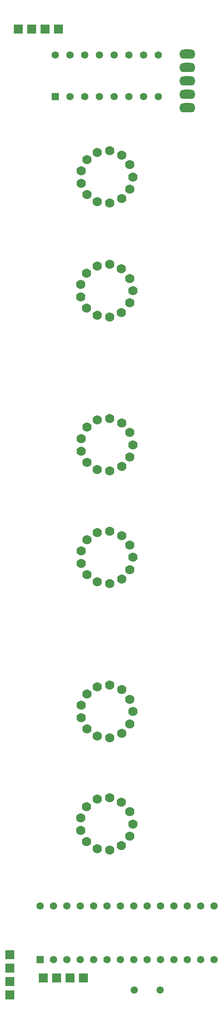
<source format=gbr>
G04 EasyPC Gerber Version 21.0.3 Build 4286 *
%FSLAX35Y35*%
%MOIN*%
%ADD73R,0.05461X0.05461*%
%ADD76R,0.07000X0.07000*%
%ADD77C,0.05449*%
%ADD74C,0.05461*%
%ADD96O,0.12000X0.07000*%
%ADD82C,0.07000*%
X0Y0D02*
D02*
D73*
X39000Y50250D03*
X50382Y693805D03*
D02*
D74*
X39000Y90250D03*
X49000Y50250D03*
Y90250D03*
X50382Y724805D03*
X59000Y50250D03*
Y90250D03*
X61382Y693805D03*
Y724805D03*
X69000Y50250D03*
Y90250D03*
X72382Y693805D03*
Y724805D03*
X79000Y50250D03*
Y90250D03*
X83382Y693805D03*
Y724805D03*
X89000Y50250D03*
Y90250D03*
X94382Y693805D03*
Y724805D03*
X99000Y50250D03*
Y90250D03*
X105382Y693805D03*
Y724805D03*
X109000Y50250D03*
Y90250D03*
X116382Y693805D03*
Y724805D03*
X119000Y50250D03*
Y90250D03*
X127382Y693805D03*
Y724805D03*
X129000Y50250D03*
Y90250D03*
X139000Y50250D03*
Y90250D03*
X149000Y50250D03*
Y90250D03*
X159000Y50250D03*
Y90250D03*
X169000Y50250D03*
Y90250D03*
D02*
D76*
X16500Y24000D03*
Y34000D03*
Y44000D03*
Y54000D03*
X22750Y744000D03*
X32750D03*
X41500Y36500D03*
X42750Y744000D03*
X51500Y36500D03*
X52750Y744000D03*
X61500Y36500D03*
X71500D03*
D02*
D77*
X109394Y27750D03*
X128606D03*
D02*
D82*
X69483Y146721D03*
Y544290D03*
X69483Y156143D03*
Y553712D03*
X69601Y230579D03*
Y345540D03*
Y429398D03*
Y629004D03*
X69601Y240001D03*
Y354962D03*
Y438820D03*
Y638426D03*
X73861Y138378D03*
Y535947D03*
X73862Y164485D03*
Y562054D03*
X73979Y222236D03*
Y337197D03*
Y421055D03*
Y620661D03*
X73980Y248344D03*
Y363304D03*
Y447163D03*
Y646769D03*
X81615Y133026D03*
Y530594D03*
X81616Y169837D03*
Y567406D03*
X81733Y216884D03*
Y331844D03*
Y415703D03*
Y615309D03*
X81734Y253696D03*
Y368656D03*
Y452515D03*
Y652121D03*
X90968Y131889D03*
Y529458D03*
X90969Y170973D03*
Y568542D03*
X91086Y215748D03*
Y330708D03*
Y414567D03*
Y614173D03*
X91087Y254831D03*
Y369792D03*
Y453650D03*
Y653256D03*
X99778Y135230D03*
Y532799D03*
X99779Y167631D03*
Y565200D03*
X99896Y219088D03*
Y334049D03*
Y417907D03*
Y617513D03*
X99897Y251490D03*
Y366450D03*
Y450309D03*
Y649915D03*
X106026Y142282D03*
Y539851D03*
X106026Y160579D03*
Y558148D03*
X106144Y226140D03*
Y341101D03*
Y424959D03*
Y624565D03*
X106144Y244437D03*
Y359398D03*
Y443256D03*
Y642863D03*
X108281Y151431D03*
Y549000D03*
X108399Y235289D03*
Y350250D03*
Y434108D03*
Y633715D03*
D02*
D96*
X149000Y685250D03*
Y695250D03*
Y705250D03*
Y715250D03*
Y725250D03*
X0Y0D02*
M02*

</source>
